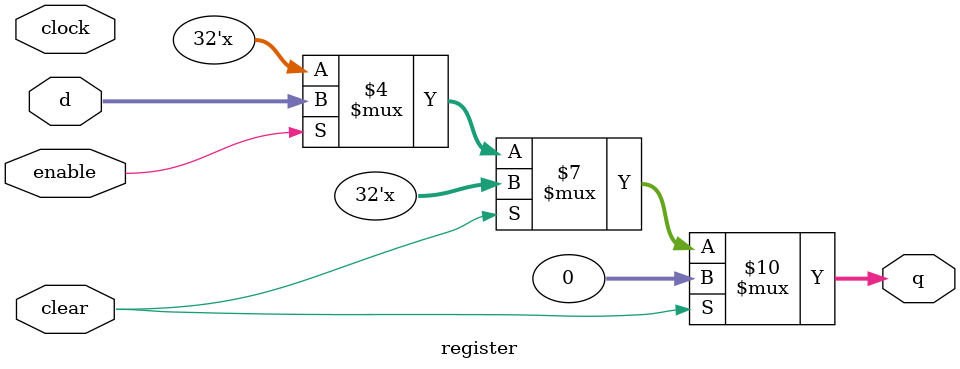
<source format=v>
module register #(parameter qInitial = 32'b0)(
	input wire clock, 
	input wire clear,
	input wire enable,
	input wire [31:0] d,
	output reg [31:0] q
);
		
	
	initial q = qInitial;
	always@(clock) 
	begin
		if (clear) begin
			q[31:0] = 32'b0;
		end
		else if(enable) begin
			q[31:0] = d[31:0];
		end 
	end
endmodule
</source>
